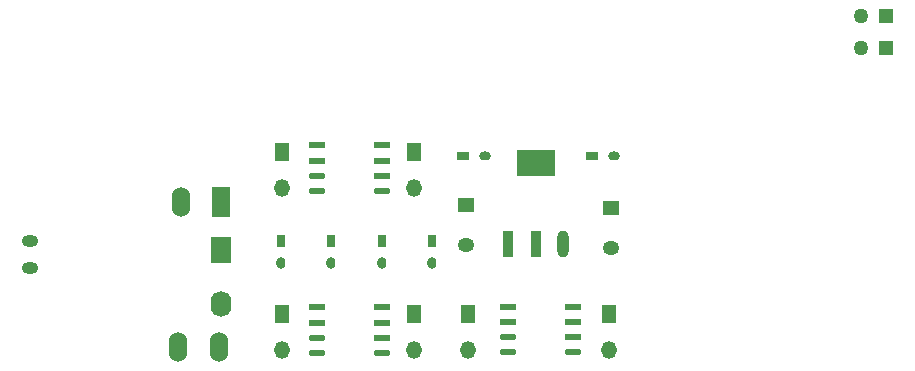
<source format=gbr>
%TF.GenerationSoftware,Altium Limited,Altium Designer,22.3.1 (43)*%
G04 Layer_Color=128*
%FSLAX26Y26*%
%MOIN*%
%TF.SameCoordinates,A6686B76-6886-4B69-866F-DC8958589E3E*%
%TF.FilePolarity,Positive*%
%TF.FileFunction,Paste,Bot*%
%TF.Part,Single*%
G01*
G75*
%TA.AperFunction,SMDPad,CuDef*%
%ADD11R,0.055118X0.047244*%
%ADD12O,0.055118X0.047244*%
%ADD13R,0.040000X0.030000*%
%ADD14O,0.040000X0.030000*%
%ADD16C,0.050000*%
%ADD17R,0.030000X0.040000*%
%ADD18O,0.030000X0.040000*%
%ADD19O,0.037402X0.090551*%
%ADD20R,0.037402X0.090551*%
%ADD21R,0.129921X0.090551*%
%ADD42O,0.051181X0.060000*%
%ADD43R,0.051181X0.060000*%
%ADD44O,0.056693X0.021654*%
%ADD45R,0.056693X0.021654*%
%ADD46R,0.050000X0.050000*%
%ADD47O,0.055000X0.040000*%
%ADD48O,0.068898X0.086614*%
%ADD49R,0.068898X0.086614*%
%ADD50O,0.060000X0.100000*%
%ADD51R,0.060000X0.100000*%
D11*
X2092064Y661930D02*
D03*
X1607938Y671930D02*
D03*
D12*
X2092064Y528070D02*
D03*
X1607938Y538070D02*
D03*
D13*
X1599000Y835000D02*
D03*
X2028000D02*
D03*
D14*
X1672000D02*
D03*
X2101000D02*
D03*
D16*
X2925000Y1300000D02*
D03*
X2924900Y1195000D02*
D03*
D17*
X1495000Y551500D02*
D03*
X1326666D02*
D03*
X1158334D02*
D03*
X990000D02*
D03*
D18*
X1326666Y478500D02*
D03*
X1158334D02*
D03*
X990000D02*
D03*
X1495000D02*
D03*
D19*
X1930552Y540000D02*
D03*
D20*
X1840000D02*
D03*
X1749448D02*
D03*
D21*
X1840000Y810000D02*
D03*
D42*
X995000Y188450D02*
D03*
X1615000D02*
D03*
X2085000D02*
D03*
X1435000D02*
D03*
Y728450D02*
D03*
X995000D02*
D03*
D43*
X1615000Y306450D02*
D03*
X2085000D02*
D03*
X995000D02*
D03*
X1435000D02*
D03*
Y846450D02*
D03*
X995000D02*
D03*
D44*
X1748466Y229608D02*
D03*
Y179214D02*
D03*
X1965000D02*
D03*
X1110000Y768528D02*
D03*
Y718134D02*
D03*
X1326536D02*
D03*
X1110000Y228528D02*
D03*
Y178134D02*
D03*
X1326536D02*
D03*
D45*
X1748466Y280000D02*
D03*
Y330394D02*
D03*
X1965000Y229608D02*
D03*
Y280000D02*
D03*
Y330394D02*
D03*
X1110000Y818922D02*
D03*
Y869316D02*
D03*
X1326536Y768528D02*
D03*
Y818922D02*
D03*
Y869316D02*
D03*
X1110000Y278922D02*
D03*
Y329316D02*
D03*
X1326536Y228528D02*
D03*
Y278922D02*
D03*
Y329316D02*
D03*
D46*
X3007300Y1299800D02*
D03*
X3007200Y1194800D02*
D03*
D47*
X155000Y550000D02*
D03*
Y460000D02*
D03*
D48*
X790000Y339448D02*
D03*
D49*
Y520552D02*
D03*
D50*
X649000Y197000D02*
D03*
X784000D02*
D03*
X657000Y681000D02*
D03*
D51*
X792000D02*
D03*
%TF.MD5,9e2402f80f62d4e920a765deda530bf3*%
M02*

</source>
